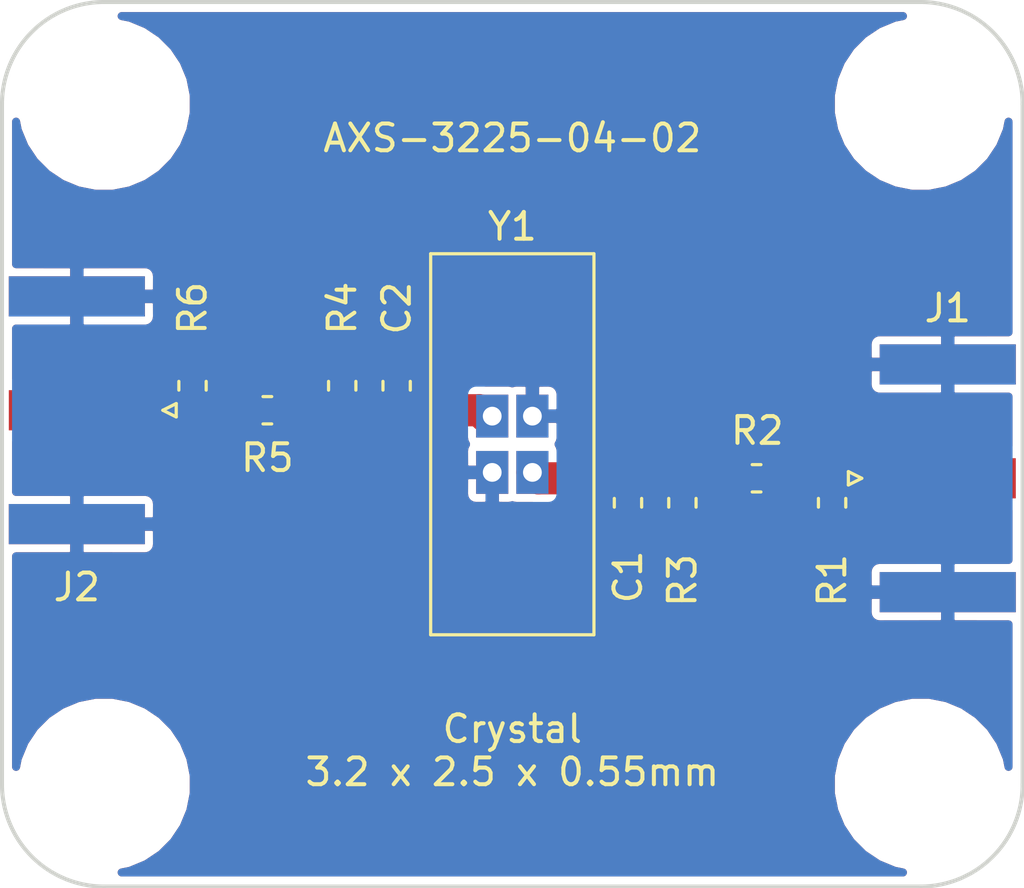
<source format=kicad_pcb>
(kicad_pcb (version 20171130) (host pcbnew "(5.1.5)-3")

  (general
    (thickness 1.6)
    (drawings 13)
    (tracks 6)
    (zones 0)
    (modules 15)
    (nets 6)
  )

  (page A4)
  (layers
    (0 F.Cu signal hide)
    (31 B.Cu signal hide)
    (32 B.Adhes user)
    (33 F.Adhes user)
    (34 B.Paste user)
    (35 F.Paste user)
    (36 B.SilkS user)
    (37 F.SilkS user)
    (38 B.Mask user)
    (39 F.Mask user)
    (40 Dwgs.User user)
    (41 Cmts.User user)
    (42 Eco1.User user)
    (43 Eco2.User user)
    (44 Edge.Cuts user)
    (45 Margin user)
    (46 B.CrtYd user)
    (47 F.CrtYd user)
    (48 B.Fab user)
    (49 F.Fab user)
  )

  (setup
    (last_trace_width 0.25)
    (trace_clearance 0.2)
    (zone_clearance 0.3)
    (zone_45_only no)
    (trace_min 0.2)
    (via_size 0.8)
    (via_drill 0.4)
    (via_min_size 0.4)
    (via_min_drill 0.3)
    (uvia_size 0.3)
    (uvia_drill 0.1)
    (uvias_allowed no)
    (uvia_min_size 0.2)
    (uvia_min_drill 0.1)
    (edge_width 0.05)
    (segment_width 0.2)
    (pcb_text_width 0.3)
    (pcb_text_size 1.5 1.5)
    (mod_edge_width 0.12)
    (mod_text_size 1 1)
    (mod_text_width 0.15)
    (pad_size 3.2 3.2)
    (pad_drill 3.2)
    (pad_to_mask_clearance 0.051)
    (solder_mask_min_width 0.25)
    (aux_axis_origin 0 0)
    (visible_elements 7FFFFFFF)
    (pcbplotparams
      (layerselection 0x010fc_ffffffff)
      (usegerberextensions false)
      (usegerberattributes false)
      (usegerberadvancedattributes false)
      (creategerberjobfile false)
      (excludeedgelayer true)
      (linewidth 0.100000)
      (plotframeref false)
      (viasonmask false)
      (mode 1)
      (useauxorigin false)
      (hpglpennumber 1)
      (hpglpenspeed 20)
      (hpglpendiameter 15.000000)
      (psnegative false)
      (psa4output false)
      (plotreference true)
      (plotvalue true)
      (plotinvisibletext false)
      (padsonsilk false)
      (subtractmaskfromsilk false)
      (outputformat 1)
      (mirror false)
      (drillshape 1)
      (scaleselection 1)
      (outputdirectory ""))
  )

  (net 0 "")
  (net 1 "Net-(C1-Pad1)")
  (net 2 GND)
  (net 3 "Net-(C2-Pad1)")
  (net 4 "Net-(J1-Pad1)")
  (net 5 "Net-(J2-Pad1)")

  (net_class Default "This is the default net class."
    (clearance 0.2)
    (trace_width 0.25)
    (via_dia 0.8)
    (via_drill 0.4)
    (uvia_dia 0.3)
    (uvia_drill 0.1)
    (add_net GND)
  )

  (net_class 50ohm_milled ""
    (clearance 0.3)
    (trace_width 1.2)
    (via_dia 1.3)
    (via_drill 1)
    (uvia_dia 0.3)
    (uvia_drill 0.1)
    (add_net "Net-(C1-Pad1)")
    (add_net "Net-(C2-Pad1)")
    (add_net "Net-(J1-Pad1)")
    (add_net "Net-(J2-Pad1)")
  )

  (module Connector_Coaxial:SMA_Amphenol_132289_EdgeMount (layer F.Cu) (tedit 5A1C1810) (tstamp 5DDE50E2)
    (at 136.144 125.73 180)
    (descr http://www.amphenolrf.com/132289.html)
    (tags SMA)
    (path /5D614489)
    (attr smd)
    (fp_text reference J2 (at 0 -6.604 180) (layer F.SilkS)
      (effects (font (size 1 1) (thickness 0.15)))
    )
    (fp_text value Conn_Coaxial (at 5 6) (layer F.Fab)
      (effects (font (size 1 1) (thickness 0.15)))
    )
    (fp_line (start -3.71 0.25) (end -3.21 0) (layer F.SilkS) (width 0.12))
    (fp_line (start -3.71 -0.25) (end -3.71 0.25) (layer F.SilkS) (width 0.12))
    (fp_line (start -3.21 0) (end -3.71 -0.25) (layer F.SilkS) (width 0.12))
    (fp_line (start 3.54 0) (end 2.54 0.75) (layer F.Fab) (width 0.1))
    (fp_line (start 2.54 -0.75) (end 3.54 0) (layer F.Fab) (width 0.1))
    (fp_text user %R (at 4.79 0 270) (layer F.Fab)
      (effects (font (size 1 1) (thickness 0.15)))
    )
    (fp_line (start 14.47 -5.58) (end -3.04 -5.58) (layer F.CrtYd) (width 0.05))
    (fp_line (start 14.47 -5.58) (end 14.47 5.58) (layer F.CrtYd) (width 0.05))
    (fp_line (start 14.47 5.58) (end -3.04 5.58) (layer F.CrtYd) (width 0.05))
    (fp_line (start -3.04 5.58) (end -3.04 -5.58) (layer F.CrtYd) (width 0.05))
    (fp_line (start 14.47 -5.58) (end -3.04 -5.58) (layer B.CrtYd) (width 0.05))
    (fp_line (start 14.47 -5.58) (end 14.47 5.58) (layer B.CrtYd) (width 0.05))
    (fp_line (start 14.47 5.58) (end -3.04 5.58) (layer B.CrtYd) (width 0.05))
    (fp_line (start -3.04 5.58) (end -3.04 -5.58) (layer B.CrtYd) (width 0.05))
    (fp_line (start 4.445 -3.81) (end 13.97 -3.81) (layer F.Fab) (width 0.1))
    (fp_line (start 13.97 -3.81) (end 13.97 3.81) (layer F.Fab) (width 0.1))
    (fp_line (start 13.97 3.81) (end 4.445 3.81) (layer F.Fab) (width 0.1))
    (fp_line (start 4.445 5.08) (end 4.445 3.81) (layer F.Fab) (width 0.1))
    (fp_line (start 4.445 -3.81) (end 4.445 -5.08) (layer F.Fab) (width 0.1))
    (fp_line (start -1.91 -5.08) (end 4.445 -5.08) (layer F.Fab) (width 0.1))
    (fp_line (start -1.91 -5.08) (end -1.91 -3.81) (layer F.Fab) (width 0.1))
    (fp_line (start -1.91 -3.81) (end 2.54 -3.81) (layer F.Fab) (width 0.1))
    (fp_line (start 2.54 -3.81) (end 2.54 3.81) (layer F.Fab) (width 0.1))
    (fp_line (start 2.54 3.81) (end -1.91 3.81) (layer F.Fab) (width 0.1))
    (fp_line (start -1.91 3.81) (end -1.91 5.08) (layer F.Fab) (width 0.1))
    (fp_line (start -1.91 5.08) (end 4.445 5.08) (layer F.Fab) (width 0.1))
    (pad 2 smd rect (at 0 4.25 270) (size 1.5 5.08) (layers B.Cu B.Paste B.Mask)
      (net 2 GND))
    (pad 2 smd rect (at 0 -4.25 270) (size 1.5 5.08) (layers B.Cu B.Paste B.Mask)
      (net 2 GND))
    (pad 2 smd rect (at 0 4.25 270) (size 1.5 5.08) (layers F.Cu F.Paste F.Mask)
      (net 2 GND))
    (pad 2 smd rect (at 0 -4.25 270) (size 1.5 5.08) (layers F.Cu F.Paste F.Mask)
      (net 2 GND))
    (pad 1 smd rect (at 0 0 270) (size 1.5 5.08) (layers F.Cu F.Paste F.Mask)
      (net 5 "Net-(J2-Pad1)"))
    (model ${KISYS3DMOD}/Connector_Coaxial.3dshapes/SMA_Amphenol_132289_EdgeMount.wrl
      (at (xyz 0 0 0))
      (scale (xyz 1 1 1))
      (rotate (xyz 0 0 0))
    )
  )

  (module MountingHole:MountingHole_3.2mm_M3 (layer F.Cu) (tedit 5DDE9E32) (tstamp 5DDE8822)
    (at 137.16 139.7)
    (descr "Mounting Hole 3.2mm, no annular, M3")
    (tags "mounting hole 3.2mm no annular m3")
    (attr virtual)
    (fp_text reference REF** (at 0 -4.2) (layer F.SilkS) hide
      (effects (font (size 1 1) (thickness 0.15)))
    )
    (fp_text value MountingHole_3.2mm_M3 (at 0 4.2) (layer F.Fab)
      (effects (font (size 1 1) (thickness 0.15)))
    )
    (fp_circle (center 0 0) (end 3.45 0) (layer F.CrtYd) (width 0.05))
    (fp_circle (center 0 0) (end 3.2 0) (layer Cmts.User) (width 0.15))
    (fp_text user %R (at 0.3 0) (layer F.Fab)
      (effects (font (size 1 1) (thickness 0.15)))
    )
    (pad "" np_thru_hole circle (at 0 0) (size 3.2 3.2) (drill 3.2) (layers *.Cu *.Mask)
      (clearance 1.6))
  )

  (module MountingHole:MountingHole_3.2mm_M3 (layer F.Cu) (tedit 5DDE9E2B) (tstamp 5DDE8805)
    (at 167.64 139.7)
    (descr "Mounting Hole 3.2mm, no annular, M3")
    (tags "mounting hole 3.2mm no annular m3")
    (attr virtual)
    (fp_text reference REF** (at 0 -4.2) (layer F.SilkS) hide
      (effects (font (size 1 1) (thickness 0.15)))
    )
    (fp_text value MountingHole_3.2mm_M3 (at 0 4.2) (layer F.Fab)
      (effects (font (size 1 1) (thickness 0.15)))
    )
    (fp_circle (center 0 0) (end 3.45 0) (layer F.CrtYd) (width 0.05))
    (fp_circle (center 0 0) (end 3.2 0) (layer Cmts.User) (width 0.15))
    (fp_text user %R (at 0.3 0) (layer F.Fab)
      (effects (font (size 1 1) (thickness 0.15)))
    )
    (pad "" np_thru_hole circle (at 0 0) (size 3.2 3.2) (drill 3.2) (layers *.Cu *.Mask)
      (clearance 1.6))
  )

  (module MountingHole:MountingHole_3.2mm_M3 (layer F.Cu) (tedit 5DDE9E22) (tstamp 5DDE87E8)
    (at 167.64 114.3)
    (descr "Mounting Hole 3.2mm, no annular, M3")
    (tags "mounting hole 3.2mm no annular m3")
    (attr virtual)
    (fp_text reference REF** (at 0 -4.2) (layer F.SilkS) hide
      (effects (font (size 1 1) (thickness 0.15)))
    )
    (fp_text value MountingHole_3.2mm_M3 (at 0 4.2) (layer F.Fab)
      (effects (font (size 1 1) (thickness 0.15)))
    )
    (fp_circle (center 0 0) (end 3.45 0) (layer F.CrtYd) (width 0.05))
    (fp_circle (center 0 0) (end 3.2 0) (layer Cmts.User) (width 0.15))
    (fp_text user %R (at 0.3 0) (layer F.Fab)
      (effects (font (size 1 1) (thickness 0.15)))
    )
    (pad "" np_thru_hole circle (at 0 0) (size 3.2 3.2) (drill 3.2) (layers *.Cu *.Mask)
      (clearance 1.6))
  )

  (module MountingHole:MountingHole_3.2mm_M3 (layer F.Cu) (tedit 5DDE9E0D) (tstamp 5DDE87B6)
    (at 137.16 114.3)
    (descr "Mounting Hole 3.2mm, no annular, M3")
    (tags "mounting hole 3.2mm no annular m3")
    (attr virtual)
    (fp_text reference REF** (at 0 -4.2) (layer F.SilkS) hide
      (effects (font (size 1 1) (thickness 0.15)))
    )
    (fp_text value MountingHole_3.2mm_M3 (at 0 4.2) (layer F.Fab)
      (effects (font (size 1 1) (thickness 0.15)))
    )
    (fp_circle (center 0 0) (end 3.45 0) (layer F.CrtYd) (width 0.05))
    (fp_circle (center 0 0) (end 3.2 0) (layer Cmts.User) (width 0.15))
    (fp_text user %R (at 0.3 0) (layer F.Fab)
      (effects (font (size 1 1) (thickness 0.15)))
    )
    (pad "" np_thru_hole circle (at 0 0) (size 3.2 3.2) (drill 3.2) (layers *.Cu *.Mask)
      (clearance 1.6))
  )

  (module Capacitor_SMD:C_0603_1608Metric (layer F.Cu) (tedit 5B301BBE) (tstamp 5DDE9BE9)
    (at 156.718 129.1845 270)
    (descr "Capacitor SMD 0603 (1608 Metric), square (rectangular) end terminal, IPC_7351 nominal, (Body size source: http://www.tortai-tech.com/upload/download/2011102023233369053.pdf), generated with kicad-footprint-generator")
    (tags capacitor)
    (path /5D612DA1)
    (attr smd)
    (fp_text reference C1 (at 2.7685 0 90) (layer F.SilkS)
      (effects (font (size 1 1) (thickness 0.15)))
    )
    (fp_text value 33n (at -3.4545 0 90) (layer F.Fab)
      (effects (font (size 1 1) (thickness 0.15)))
    )
    (fp_line (start -0.8 0.4) (end -0.8 -0.4) (layer F.Fab) (width 0.1))
    (fp_line (start -0.8 -0.4) (end 0.8 -0.4) (layer F.Fab) (width 0.1))
    (fp_line (start 0.8 -0.4) (end 0.8 0.4) (layer F.Fab) (width 0.1))
    (fp_line (start 0.8 0.4) (end -0.8 0.4) (layer F.Fab) (width 0.1))
    (fp_line (start -0.162779 -0.51) (end 0.162779 -0.51) (layer F.SilkS) (width 0.12))
    (fp_line (start -0.162779 0.51) (end 0.162779 0.51) (layer F.SilkS) (width 0.12))
    (fp_line (start -1.48 0.73) (end -1.48 -0.73) (layer F.CrtYd) (width 0.05))
    (fp_line (start -1.48 -0.73) (end 1.48 -0.73) (layer F.CrtYd) (width 0.05))
    (fp_line (start 1.48 -0.73) (end 1.48 0.73) (layer F.CrtYd) (width 0.05))
    (fp_line (start 1.48 0.73) (end -1.48 0.73) (layer F.CrtYd) (width 0.05))
    (fp_text user %R (at 0 0 90) (layer F.Fab)
      (effects (font (size 0.4 0.4) (thickness 0.06)))
    )
    (pad 1 smd roundrect (at -0.7875 0 270) (size 0.875 0.95) (layers F.Cu F.Paste F.Mask) (roundrect_rratio 0.25)
      (net 1 "Net-(C1-Pad1)"))
    (pad 2 smd roundrect (at 0.7875 0 270) (size 0.875 0.95) (layers F.Cu F.Paste F.Mask) (roundrect_rratio 0.25)
      (net 2 GND))
    (model ${KISYS3DMOD}/Capacitor_SMD.3dshapes/C_0603_1608Metric.wrl
      (at (xyz 0 0 0))
      (scale (xyz 1 1 1))
      (rotate (xyz 0 0 0))
    )
  )

  (module Capacitor_SMD:C_0603_1608Metric (layer F.Cu) (tedit 5B301BBE) (tstamp 5DDD8B46)
    (at 148.082 124.8155 90)
    (descr "Capacitor SMD 0603 (1608 Metric), square (rectangular) end terminal, IPC_7351 nominal, (Body size source: http://www.tortai-tech.com/upload/download/2011102023233369053.pdf), generated with kicad-footprint-generator")
    (tags capacitor)
    (path /5D612EBD)
    (attr smd)
    (fp_text reference C2 (at 2.8955 0 90) (layer F.SilkS)
      (effects (font (size 1 1) (thickness 0.15)))
    )
    (fp_text value 33n (at -3.2005 0 90) (layer F.Fab)
      (effects (font (size 1 1) (thickness 0.15)))
    )
    (fp_text user %R (at 0 0 90) (layer F.Fab)
      (effects (font (size 0.4 0.4) (thickness 0.06)))
    )
    (fp_line (start 1.48 0.73) (end -1.48 0.73) (layer F.CrtYd) (width 0.05))
    (fp_line (start 1.48 -0.73) (end 1.48 0.73) (layer F.CrtYd) (width 0.05))
    (fp_line (start -1.48 -0.73) (end 1.48 -0.73) (layer F.CrtYd) (width 0.05))
    (fp_line (start -1.48 0.73) (end -1.48 -0.73) (layer F.CrtYd) (width 0.05))
    (fp_line (start -0.162779 0.51) (end 0.162779 0.51) (layer F.SilkS) (width 0.12))
    (fp_line (start -0.162779 -0.51) (end 0.162779 -0.51) (layer F.SilkS) (width 0.12))
    (fp_line (start 0.8 0.4) (end -0.8 0.4) (layer F.Fab) (width 0.1))
    (fp_line (start 0.8 -0.4) (end 0.8 0.4) (layer F.Fab) (width 0.1))
    (fp_line (start -0.8 -0.4) (end 0.8 -0.4) (layer F.Fab) (width 0.1))
    (fp_line (start -0.8 0.4) (end -0.8 -0.4) (layer F.Fab) (width 0.1))
    (pad 2 smd roundrect (at 0.7875 0 90) (size 0.875 0.95) (layers F.Cu F.Paste F.Mask) (roundrect_rratio 0.25)
      (net 2 GND))
    (pad 1 smd roundrect (at -0.7875 0 90) (size 0.875 0.95) (layers F.Cu F.Paste F.Mask) (roundrect_rratio 0.25)
      (net 3 "Net-(C2-Pad1)"))
    (model ${KISYS3DMOD}/Capacitor_SMD.3dshapes/C_0603_1608Metric.wrl
      (at (xyz 0 0 0))
      (scale (xyz 1 1 1))
      (rotate (xyz 0 0 0))
    )
  )

  (module Connector_Coaxial:SMA_Amphenol_132289_EdgeMount (layer F.Cu) (tedit 5A1C1810) (tstamp 5DDE5B49)
    (at 168.656 128.27)
    (descr http://www.amphenolrf.com/132289.html)
    (tags SMA)
    (path /5D614539)
    (attr smd)
    (fp_text reference J1 (at 0 -6.35 180) (layer F.SilkS)
      (effects (font (size 1 1) (thickness 0.15)))
    )
    (fp_text value Conn_Coaxial (at 5 6) (layer F.Fab)
      (effects (font (size 1 1) (thickness 0.15)))
    )
    (fp_line (start -1.91 5.08) (end 4.445 5.08) (layer F.Fab) (width 0.1))
    (fp_line (start -1.91 3.81) (end -1.91 5.08) (layer F.Fab) (width 0.1))
    (fp_line (start 2.54 3.81) (end -1.91 3.81) (layer F.Fab) (width 0.1))
    (fp_line (start 2.54 -3.81) (end 2.54 3.81) (layer F.Fab) (width 0.1))
    (fp_line (start -1.91 -3.81) (end 2.54 -3.81) (layer F.Fab) (width 0.1))
    (fp_line (start -1.91 -5.08) (end -1.91 -3.81) (layer F.Fab) (width 0.1))
    (fp_line (start -1.91 -5.08) (end 4.445 -5.08) (layer F.Fab) (width 0.1))
    (fp_line (start 4.445 -3.81) (end 4.445 -5.08) (layer F.Fab) (width 0.1))
    (fp_line (start 4.445 5.08) (end 4.445 3.81) (layer F.Fab) (width 0.1))
    (fp_line (start 13.97 3.81) (end 4.445 3.81) (layer F.Fab) (width 0.1))
    (fp_line (start 13.97 -3.81) (end 13.97 3.81) (layer F.Fab) (width 0.1))
    (fp_line (start 4.445 -3.81) (end 13.97 -3.81) (layer F.Fab) (width 0.1))
    (fp_line (start -3.04 5.58) (end -3.04 -5.58) (layer B.CrtYd) (width 0.05))
    (fp_line (start 14.47 5.58) (end -3.04 5.58) (layer B.CrtYd) (width 0.05))
    (fp_line (start 14.47 -5.58) (end 14.47 5.58) (layer B.CrtYd) (width 0.05))
    (fp_line (start 14.47 -5.58) (end -3.04 -5.58) (layer B.CrtYd) (width 0.05))
    (fp_line (start -3.04 5.58) (end -3.04 -5.58) (layer F.CrtYd) (width 0.05))
    (fp_line (start 14.47 5.58) (end -3.04 5.58) (layer F.CrtYd) (width 0.05))
    (fp_line (start 14.47 -5.58) (end 14.47 5.58) (layer F.CrtYd) (width 0.05))
    (fp_line (start 14.47 -5.58) (end -3.04 -5.58) (layer F.CrtYd) (width 0.05))
    (fp_text user %R (at 4.79 0 270) (layer F.Fab)
      (effects (font (size 1 1) (thickness 0.15)))
    )
    (fp_line (start 2.54 -0.75) (end 3.54 0) (layer F.Fab) (width 0.1))
    (fp_line (start 3.54 0) (end 2.54 0.75) (layer F.Fab) (width 0.1))
    (fp_line (start -3.21 0) (end -3.71 -0.25) (layer F.SilkS) (width 0.12))
    (fp_line (start -3.71 -0.25) (end -3.71 0.25) (layer F.SilkS) (width 0.12))
    (fp_line (start -3.71 0.25) (end -3.21 0) (layer F.SilkS) (width 0.12))
    (pad 1 smd rect (at 0 0 90) (size 1.5 5.08) (layers F.Cu F.Paste F.Mask)
      (net 4 "Net-(J1-Pad1)"))
    (pad 2 smd rect (at 0 -4.25 90) (size 1.5 5.08) (layers F.Cu F.Paste F.Mask)
      (net 2 GND))
    (pad 2 smd rect (at 0 4.25 90) (size 1.5 5.08) (layers F.Cu F.Paste F.Mask)
      (net 2 GND))
    (pad 2 smd rect (at 0 -4.25 90) (size 1.5 5.08) (layers B.Cu B.Paste B.Mask)
      (net 2 GND))
    (pad 2 smd rect (at 0 4.25 90) (size 1.5 5.08) (layers B.Cu B.Paste B.Mask)
      (net 2 GND))
    (model ${KISYS3DMOD}/Connector_Coaxial.3dshapes/SMA_Amphenol_132289_EdgeMount.wrl
      (at (xyz 0 0 0))
      (scale (xyz 1 1 1))
      (rotate (xyz 0 0 0))
    )
  )

  (module Resistor_SMD:R_0603_1608Metric (layer F.Cu) (tedit 5B301BBD) (tstamp 5DDE5DDC)
    (at 164.338 129.1845 270)
    (descr "Resistor SMD 0603 (1608 Metric), square (rectangular) end terminal, IPC_7351 nominal, (Body size source: http://www.tortai-tech.com/upload/download/2011102023233369053.pdf), generated with kicad-footprint-generator")
    (tags resistor)
    (path /5D612D4C)
    (attr smd)
    (fp_text reference R1 (at 2.8955 0 90) (layer F.SilkS)
      (effects (font (size 1 1) (thickness 0.15)))
    )
    (fp_text value 158R (at -3.8355 0 90) (layer F.Fab)
      (effects (font (size 1 1) (thickness 0.15)))
    )
    (fp_line (start -0.8 0.4) (end -0.8 -0.4) (layer F.Fab) (width 0.1))
    (fp_line (start -0.8 -0.4) (end 0.8 -0.4) (layer F.Fab) (width 0.1))
    (fp_line (start 0.8 -0.4) (end 0.8 0.4) (layer F.Fab) (width 0.1))
    (fp_line (start 0.8 0.4) (end -0.8 0.4) (layer F.Fab) (width 0.1))
    (fp_line (start -0.162779 -0.51) (end 0.162779 -0.51) (layer F.SilkS) (width 0.12))
    (fp_line (start -0.162779 0.51) (end 0.162779 0.51) (layer F.SilkS) (width 0.12))
    (fp_line (start -1.48 0.73) (end -1.48 -0.73) (layer F.CrtYd) (width 0.05))
    (fp_line (start -1.48 -0.73) (end 1.48 -0.73) (layer F.CrtYd) (width 0.05))
    (fp_line (start 1.48 -0.73) (end 1.48 0.73) (layer F.CrtYd) (width 0.05))
    (fp_line (start 1.48 0.73) (end -1.48 0.73) (layer F.CrtYd) (width 0.05))
    (fp_text user %R (at 0 0 90) (layer F.Fab)
      (effects (font (size 0.4 0.4) (thickness 0.06)))
    )
    (pad 1 smd roundrect (at -0.7875 0 270) (size 0.875 0.95) (layers F.Cu F.Paste F.Mask) (roundrect_rratio 0.25)
      (net 4 "Net-(J1-Pad1)"))
    (pad 2 smd roundrect (at 0.7875 0 270) (size 0.875 0.95) (layers F.Cu F.Paste F.Mask) (roundrect_rratio 0.25)
      (net 2 GND))
    (model ${KISYS3DMOD}/Resistor_SMD.3dshapes/R_0603_1608Metric.wrl
      (at (xyz 0 0 0))
      (scale (xyz 1 1 1))
      (rotate (xyz 0 0 0))
    )
  )

  (module Resistor_SMD:R_0603_1608Metric (layer F.Cu) (tedit 5B301BBD) (tstamp 5DDE5B07)
    (at 161.5185 128.27)
    (descr "Resistor SMD 0603 (1608 Metric), square (rectangular) end terminal, IPC_7351 nominal, (Body size source: http://www.tortai-tech.com/upload/download/2011102023233369053.pdf), generated with kicad-footprint-generator")
    (tags resistor)
    (path /5D612D52)
    (attr smd)
    (fp_text reference R2 (at 0.0255 -1.778) (layer F.SilkS)
      (effects (font (size 1 1) (thickness 0.15)))
    )
    (fp_text value 66R5 (at 0 1.778) (layer F.Fab)
      (effects (font (size 1 1) (thickness 0.15)))
    )
    (fp_text user %R (at 0 0) (layer F.Fab)
      (effects (font (size 0.4 0.4) (thickness 0.06)))
    )
    (fp_line (start 1.48 0.73) (end -1.48 0.73) (layer F.CrtYd) (width 0.05))
    (fp_line (start 1.48 -0.73) (end 1.48 0.73) (layer F.CrtYd) (width 0.05))
    (fp_line (start -1.48 -0.73) (end 1.48 -0.73) (layer F.CrtYd) (width 0.05))
    (fp_line (start -1.48 0.73) (end -1.48 -0.73) (layer F.CrtYd) (width 0.05))
    (fp_line (start -0.162779 0.51) (end 0.162779 0.51) (layer F.SilkS) (width 0.12))
    (fp_line (start -0.162779 -0.51) (end 0.162779 -0.51) (layer F.SilkS) (width 0.12))
    (fp_line (start 0.8 0.4) (end -0.8 0.4) (layer F.Fab) (width 0.1))
    (fp_line (start 0.8 -0.4) (end 0.8 0.4) (layer F.Fab) (width 0.1))
    (fp_line (start -0.8 -0.4) (end 0.8 -0.4) (layer F.Fab) (width 0.1))
    (fp_line (start -0.8 0.4) (end -0.8 -0.4) (layer F.Fab) (width 0.1))
    (pad 2 smd roundrect (at 0.7875 0) (size 0.875 0.95) (layers F.Cu F.Paste F.Mask) (roundrect_rratio 0.25)
      (net 4 "Net-(J1-Pad1)"))
    (pad 1 smd roundrect (at -0.7875 0) (size 0.875 0.95) (layers F.Cu F.Paste F.Mask) (roundrect_rratio 0.25)
      (net 1 "Net-(C1-Pad1)"))
    (model ${KISYS3DMOD}/Resistor_SMD.3dshapes/R_0603_1608Metric.wrl
      (at (xyz 0 0 0))
      (scale (xyz 1 1 1))
      (rotate (xyz 0 0 0))
    )
  )

  (module Resistor_SMD:R_0603_1608Metric (layer F.Cu) (tedit 5B301BBD) (tstamp 5DDE5BCD)
    (at 158.75 129.1845 270)
    (descr "Resistor SMD 0603 (1608 Metric), square (rectangular) end terminal, IPC_7351 nominal, (Body size source: http://www.tortai-tech.com/upload/download/2011102023233369053.pdf), generated with kicad-footprint-generator")
    (tags resistor)
    (path /5D612D46)
    (attr smd)
    (fp_text reference R3 (at 2.8955 0 90) (layer F.SilkS)
      (effects (font (size 1 1) (thickness 0.15)))
    )
    (fp_text value 14R2 (at -3.8355 0 90) (layer F.Fab)
      (effects (font (size 1 1) (thickness 0.15)))
    )
    (fp_text user %R (at 0 0 90) (layer F.Fab)
      (effects (font (size 0.4 0.4) (thickness 0.06)))
    )
    (fp_line (start 1.48 0.73) (end -1.48 0.73) (layer F.CrtYd) (width 0.05))
    (fp_line (start 1.48 -0.73) (end 1.48 0.73) (layer F.CrtYd) (width 0.05))
    (fp_line (start -1.48 -0.73) (end 1.48 -0.73) (layer F.CrtYd) (width 0.05))
    (fp_line (start -1.48 0.73) (end -1.48 -0.73) (layer F.CrtYd) (width 0.05))
    (fp_line (start -0.162779 0.51) (end 0.162779 0.51) (layer F.SilkS) (width 0.12))
    (fp_line (start -0.162779 -0.51) (end 0.162779 -0.51) (layer F.SilkS) (width 0.12))
    (fp_line (start 0.8 0.4) (end -0.8 0.4) (layer F.Fab) (width 0.1))
    (fp_line (start 0.8 -0.4) (end 0.8 0.4) (layer F.Fab) (width 0.1))
    (fp_line (start -0.8 -0.4) (end 0.8 -0.4) (layer F.Fab) (width 0.1))
    (fp_line (start -0.8 0.4) (end -0.8 -0.4) (layer F.Fab) (width 0.1))
    (pad 2 smd roundrect (at 0.7875 0 270) (size 0.875 0.95) (layers F.Cu F.Paste F.Mask) (roundrect_rratio 0.25)
      (net 2 GND))
    (pad 1 smd roundrect (at -0.7875 0 270) (size 0.875 0.95) (layers F.Cu F.Paste F.Mask) (roundrect_rratio 0.25)
      (net 1 "Net-(C1-Pad1)"))
    (model ${KISYS3DMOD}/Resistor_SMD.3dshapes/R_0603_1608Metric.wrl
      (at (xyz 0 0 0))
      (scale (xyz 1 1 1))
      (rotate (xyz 0 0 0))
    )
  )

  (module Resistor_SMD:R_0603_1608Metric (layer F.Cu) (tedit 5B301BBD) (tstamp 5DDE52F3)
    (at 146.05 124.8155 90)
    (descr "Resistor SMD 0603 (1608 Metric), square (rectangular) end terminal, IPC_7351 nominal, (Body size source: http://www.tortai-tech.com/upload/download/2011102023233369053.pdf), generated with kicad-footprint-generator")
    (tags resistor)
    (path /5D61253A)
    (attr smd)
    (fp_text reference R4 (at 2.8955 0 90) (layer F.SilkS)
      (effects (font (size 1 1) (thickness 0.15)))
    )
    (fp_text value 14R2 (at -3.8355 0 90) (layer F.Fab)
      (effects (font (size 1 1) (thickness 0.15)))
    )
    (fp_text user %R (at 0 0 90) (layer F.Fab)
      (effects (font (size 0.4 0.4) (thickness 0.06)))
    )
    (fp_line (start 1.48 0.73) (end -1.48 0.73) (layer F.CrtYd) (width 0.05))
    (fp_line (start 1.48 -0.73) (end 1.48 0.73) (layer F.CrtYd) (width 0.05))
    (fp_line (start -1.48 -0.73) (end 1.48 -0.73) (layer F.CrtYd) (width 0.05))
    (fp_line (start -1.48 0.73) (end -1.48 -0.73) (layer F.CrtYd) (width 0.05))
    (fp_line (start -0.162779 0.51) (end 0.162779 0.51) (layer F.SilkS) (width 0.12))
    (fp_line (start -0.162779 -0.51) (end 0.162779 -0.51) (layer F.SilkS) (width 0.12))
    (fp_line (start 0.8 0.4) (end -0.8 0.4) (layer F.Fab) (width 0.1))
    (fp_line (start 0.8 -0.4) (end 0.8 0.4) (layer F.Fab) (width 0.1))
    (fp_line (start -0.8 -0.4) (end 0.8 -0.4) (layer F.Fab) (width 0.1))
    (fp_line (start -0.8 0.4) (end -0.8 -0.4) (layer F.Fab) (width 0.1))
    (pad 2 smd roundrect (at 0.7875 0 90) (size 0.875 0.95) (layers F.Cu F.Paste F.Mask) (roundrect_rratio 0.25)
      (net 2 GND))
    (pad 1 smd roundrect (at -0.7875 0 90) (size 0.875 0.95) (layers F.Cu F.Paste F.Mask) (roundrect_rratio 0.25)
      (net 3 "Net-(C2-Pad1)"))
    (model ${KISYS3DMOD}/Resistor_SMD.3dshapes/R_0603_1608Metric.wrl
      (at (xyz 0 0 0))
      (scale (xyz 1 1 1))
      (rotate (xyz 0 0 0))
    )
  )

  (module Resistor_SMD:R_0603_1608Metric (layer F.Cu) (tedit 5B301BBD) (tstamp 5DDE5695)
    (at 143.256 125.73)
    (descr "Resistor SMD 0603 (1608 Metric), square (rectangular) end terminal, IPC_7351 nominal, (Body size source: http://www.tortai-tech.com/upload/download/2011102023233369053.pdf), generated with kicad-footprint-generator")
    (tags resistor)
    (path /5D61256E)
    (attr smd)
    (fp_text reference R5 (at 0 1.778) (layer F.SilkS)
      (effects (font (size 1 1) (thickness 0.15)))
    )
    (fp_text value 66R5 (at 0 -1.651) (layer F.Fab)
      (effects (font (size 1 1) (thickness 0.15)))
    )
    (fp_line (start -0.8 0.4) (end -0.8 -0.4) (layer F.Fab) (width 0.1))
    (fp_line (start -0.8 -0.4) (end 0.8 -0.4) (layer F.Fab) (width 0.1))
    (fp_line (start 0.8 -0.4) (end 0.8 0.4) (layer F.Fab) (width 0.1))
    (fp_line (start 0.8 0.4) (end -0.8 0.4) (layer F.Fab) (width 0.1))
    (fp_line (start -0.162779 -0.51) (end 0.162779 -0.51) (layer F.SilkS) (width 0.12))
    (fp_line (start -0.162779 0.51) (end 0.162779 0.51) (layer F.SilkS) (width 0.12))
    (fp_line (start -1.48 0.73) (end -1.48 -0.73) (layer F.CrtYd) (width 0.05))
    (fp_line (start -1.48 -0.73) (end 1.48 -0.73) (layer F.CrtYd) (width 0.05))
    (fp_line (start 1.48 -0.73) (end 1.48 0.73) (layer F.CrtYd) (width 0.05))
    (fp_line (start 1.48 0.73) (end -1.48 0.73) (layer F.CrtYd) (width 0.05))
    (fp_text user %R (at 0 0) (layer F.Fab)
      (effects (font (size 0.4 0.4) (thickness 0.06)))
    )
    (pad 1 smd roundrect (at -0.7875 0) (size 0.875 0.95) (layers F.Cu F.Paste F.Mask) (roundrect_rratio 0.25)
      (net 5 "Net-(J2-Pad1)"))
    (pad 2 smd roundrect (at 0.7875 0) (size 0.875 0.95) (layers F.Cu F.Paste F.Mask) (roundrect_rratio 0.25)
      (net 3 "Net-(C2-Pad1)"))
    (model ${KISYS3DMOD}/Resistor_SMD.3dshapes/R_0603_1608Metric.wrl
      (at (xyz 0 0 0))
      (scale (xyz 1 1 1))
      (rotate (xyz 0 0 0))
    )
  )

  (module Resistor_SMD:R_0603_1608Metric (layer F.Cu) (tedit 5B301BBD) (tstamp 5DDE5560)
    (at 140.462 124.8155 90)
    (descr "Resistor SMD 0603 (1608 Metric), square (rectangular) end terminal, IPC_7351 nominal, (Body size source: http://www.tortai-tech.com/upload/download/2011102023233369053.pdf), generated with kicad-footprint-generator")
    (tags resistor)
    (path /5D6124B7)
    (attr smd)
    (fp_text reference R6 (at 2.8955 0 90) (layer F.SilkS)
      (effects (font (size 1 1) (thickness 0.15)))
    )
    (fp_text value 158R (at -3.7085 0 90) (layer F.Fab)
      (effects (font (size 1 1) (thickness 0.15)))
    )
    (fp_line (start -0.8 0.4) (end -0.8 -0.4) (layer F.Fab) (width 0.1))
    (fp_line (start -0.8 -0.4) (end 0.8 -0.4) (layer F.Fab) (width 0.1))
    (fp_line (start 0.8 -0.4) (end 0.8 0.4) (layer F.Fab) (width 0.1))
    (fp_line (start 0.8 0.4) (end -0.8 0.4) (layer F.Fab) (width 0.1))
    (fp_line (start -0.162779 -0.51) (end 0.162779 -0.51) (layer F.SilkS) (width 0.12))
    (fp_line (start -0.162779 0.51) (end 0.162779 0.51) (layer F.SilkS) (width 0.12))
    (fp_line (start -1.48 0.73) (end -1.48 -0.73) (layer F.CrtYd) (width 0.05))
    (fp_line (start -1.48 -0.73) (end 1.48 -0.73) (layer F.CrtYd) (width 0.05))
    (fp_line (start 1.48 -0.73) (end 1.48 0.73) (layer F.CrtYd) (width 0.05))
    (fp_line (start 1.48 0.73) (end -1.48 0.73) (layer F.CrtYd) (width 0.05))
    (fp_text user %R (at 0 0 90) (layer F.Fab)
      (effects (font (size 0.4 0.4) (thickness 0.06)))
    )
    (pad 1 smd roundrect (at -0.7875 0 90) (size 0.875 0.95) (layers F.Cu F.Paste F.Mask) (roundrect_rratio 0.25)
      (net 5 "Net-(J2-Pad1)"))
    (pad 2 smd roundrect (at 0.7875 0 90) (size 0.875 0.95) (layers F.Cu F.Paste F.Mask) (roundrect_rratio 0.25)
      (net 2 GND))
    (model ${KISYS3DMOD}/Resistor_SMD.3dshapes/R_0603_1608Metric.wrl
      (at (xyz 0 0 0))
      (scale (xyz 1 1 1))
      (rotate (xyz 0 0 0))
    )
  )

  (module abracon:AXS-3225-04-02 (layer F.Cu) (tedit 5DDD3CB3) (tstamp 5DDEA2D6)
    (at 152.4 127 90)
    (path /5DDDC3CC)
    (fp_text reference Y1 (at 8.128 0 180) (layer F.SilkS)
      (effects (font (size 1 1) (thickness 0.15)))
    )
    (fp_text value AXS-3225-04-02 (at 11.43 0 180) (layer F.SilkS)
      (effects (font (size 1 1) (thickness 0.15)))
    )
    (fp_line (start -7 -3) (end -7 3) (layer Dwgs.User) (width 0.12))
    (fp_line (start 7 -3) (end -7 -3) (layer Dwgs.User) (width 0.12))
    (fp_line (start 7 3) (end 7 -3) (layer Dwgs.User) (width 0.12))
    (fp_line (start -7 3) (end 7 3) (layer Dwgs.User) (width 0.12))
    (fp_line (start 14 2) (end 7 2) (layer Dwgs.User) (width 0.12))
    (fp_line (start 14 -2) (end 14 2) (layer Dwgs.User) (width 0.12))
    (fp_line (start 7 -2) (end 14 -2) (layer Dwgs.User) (width 0.12))
    (pad 4 thru_hole rect (at 1.05 0.75 90) (size 1.6 1.2) (drill 0.7) (layers *.Cu *.Mask)
      (net 2 GND))
    (pad 3 thru_hole rect (at 1.05 -0.75 90) (size 1.6 1.2) (drill 0.7) (layers *.Cu *.Mask)
      (net 3 "Net-(C2-Pad1)"))
    (pad 2 thru_hole rect (at -1.05 -0.75 90) (size 1.6 1.2) (drill 0.7) (layers *.Cu *.Mask)
      (net 2 GND))
    (pad 1 thru_hole rect (at -1.05 0.75 90) (size 1.6 1.2) (drill 0.7) (layers *.Cu *.Mask)
      (net 1 "Net-(C1-Pad1)"))
  )

  (gr_line (start 149.352 119.888) (end 149.352 134.112) (layer F.SilkS) (width 0.12) (tstamp 5DDEA2AA))
  (gr_line (start 155.448 119.888) (end 149.352 119.888) (layer F.SilkS) (width 0.12))
  (gr_line (start 155.448 134.112) (end 155.448 119.888) (layer F.SilkS) (width 0.12))
  (gr_line (start 149.352 134.112) (end 155.448 134.112) (layer F.SilkS) (width 0.12))
  (gr_line (start 133.35 114.3) (end 133.35 139.7) (layer Edge.Cuts) (width 0.15))
  (gr_line (start 167.64 110.49) (end 137.16 110.49) (layer Edge.Cuts) (width 0.15))
  (gr_line (start 171.45 139.7) (end 171.45 114.3) (layer Edge.Cuts) (width 0.15))
  (gr_line (start 137.16 143.51) (end 167.64 143.51) (layer Edge.Cuts) (width 0.15))
  (gr_arc (start 137.16 139.7) (end 133.35 139.7) (angle -90) (layer Edge.Cuts) (width 0.15))
  (gr_arc (start 167.64 139.7) (end 167.64 143.51) (angle -90) (layer Edge.Cuts) (width 0.15))
  (gr_arc (start 167.64 114.3) (end 171.45 114.3) (angle -90) (layer Edge.Cuts) (width 0.15))
  (gr_arc (start 137.16 114.3) (end 137.16 110.49) (angle -90) (layer Edge.Cuts) (width 0.15))
  (gr_text "Crystal\n3.2 x 2.5 x 0.55mm" (at 152.4 138.43) (layer F.SilkS)
    (effects (font (size 1 1) (thickness 0.15)))
  )

  (segment (start 153.37 128.27) (end 153.15 128.05) (width 1.2) (layer F.Cu) (net 1))
  (segment (start 160.731 128.27) (end 153.37 128.27) (width 1.2) (layer F.Cu) (net 1) (tstamp 5DDE5EF3))
  (segment (start 151.176 125.73) (end 151.396 125.95) (width 1.2) (layer F.Cu) (net 3))
  (segment (start 144.0435 125.73) (end 151.176 125.73) (width 1.2) (layer F.Cu) (net 3))
  (segment (start 168.656 128.27) (end 162.306 128.27) (width 1.2) (layer F.Cu) (net 4) (tstamp 5DDE5D78))
  (segment (start 136.144 125.73) (end 142.4685 125.73) (width 1.2) (layer F.Cu) (net 5))

  (zone (net 2) (net_name GND) (layer F.Cu) (tstamp 0) (hatch edge 0.508)
    (connect_pads (clearance 0.3))
    (min_thickness 0.3)
    (fill yes (arc_segments 32) (thermal_gap 0.3) (thermal_bridge_width 0.5))
    (polygon
      (pts
        (xy 133.35 110.49) (xy 171.45 110.49) (xy 171.45 143.51) (xy 133.35 143.51)
      )
    )
    (filled_polygon
      (pts
        (xy 143.297446 126.476054) (xy 143.457329 126.607267) (xy 143.639738 126.704767) (xy 143.837664 126.764807) (xy 143.991922 126.78)
        (xy 150.600778 126.78) (xy 150.606511 126.838215) (xy 150.632243 126.923041) (xy 150.673379 127) (xy 150.632243 127.076959)
        (xy 150.606511 127.161785) (xy 150.597823 127.25) (xy 150.6 127.8375) (xy 150.7125 127.95) (xy 151.55 127.95)
        (xy 151.55 127.93) (xy 151.75 127.93) (xy 151.75 127.95) (xy 151.77 127.95) (xy 151.77 128.15)
        (xy 151.75 128.15) (xy 151.75 129.1875) (xy 151.8625 129.3) (xy 152.25 129.302177) (xy 152.338215 129.293489)
        (xy 152.4 129.274746) (xy 152.461785 129.293489) (xy 152.55 129.302177) (xy 153.155494 129.302177) (xy 153.164164 129.304807)
        (xy 153.318422 129.32) (xy 153.318432 129.32) (xy 153.37 129.325079) (xy 153.421568 129.32) (xy 155.847404 129.32)
        (xy 155.825243 129.361459) (xy 155.799511 129.446285) (xy 155.790823 129.5345) (xy 155.793 129.7595) (xy 155.9055 129.872)
        (xy 156.618 129.872) (xy 156.618 129.852) (xy 156.818 129.852) (xy 156.818 129.872) (xy 157.5305 129.872)
        (xy 157.643 129.7595) (xy 157.645177 129.5345) (xy 157.636489 129.446285) (xy 157.610757 129.361459) (xy 157.588596 129.32)
        (xy 157.879404 129.32) (xy 157.857243 129.361459) (xy 157.831511 129.446285) (xy 157.822823 129.5345) (xy 157.825 129.7595)
        (xy 157.9375 129.872) (xy 158.65 129.872) (xy 158.65 129.852) (xy 158.85 129.852) (xy 158.85 129.872)
        (xy 159.5625 129.872) (xy 159.675 129.7595) (xy 159.677177 129.5345) (xy 159.668489 129.446285) (xy 159.642757 129.361459)
        (xy 159.620596 129.32) (xy 160.782578 129.32) (xy 160.936836 129.304807) (xy 161.134762 129.244767) (xy 161.317171 129.147267)
        (xy 161.477054 129.016054) (xy 161.5185 128.965552) (xy 161.559946 129.016054) (xy 161.719829 129.147267) (xy 161.902238 129.244767)
        (xy 162.100164 129.304807) (xy 162.254422 129.32) (xy 163.467404 129.32) (xy 163.445243 129.361459) (xy 163.419511 129.446285)
        (xy 163.410823 129.5345) (xy 163.413 129.7595) (xy 163.5255 129.872) (xy 164.238 129.872) (xy 164.238 129.852)
        (xy 164.438 129.852) (xy 164.438 129.872) (xy 165.1505 129.872) (xy 165.263 129.7595) (xy 165.265177 129.5345)
        (xy 165.256489 129.446285) (xy 165.230757 129.361459) (xy 165.208596 129.32) (xy 165.780065 129.32) (xy 165.796263 129.339737)
        (xy 165.864784 129.395971) (xy 165.942959 129.437757) (xy 166.027785 129.463489) (xy 166.116 129.472177) (xy 170.925 129.472177)
        (xy 170.925 131.318076) (xy 168.8685 131.32) (xy 168.756 131.4325) (xy 168.756 132.42) (xy 168.776 132.42)
        (xy 168.776 132.62) (xy 168.756 132.62) (xy 168.756 133.6075) (xy 168.8685 133.72) (xy 170.925 133.721924)
        (xy 170.925 139.043278) (xy 170.861261 138.722841) (xy 170.608731 138.11318) (xy 170.242115 137.5645) (xy 169.7755 137.097885)
        (xy 169.22682 136.731269) (xy 168.617159 136.478739) (xy 167.969946 136.35) (xy 167.310054 136.35) (xy 166.662841 136.478739)
        (xy 166.05318 136.731269) (xy 165.5045 137.097885) (xy 165.037885 137.5645) (xy 164.671269 138.11318) (xy 164.418739 138.722841)
        (xy 164.29 139.370054) (xy 164.29 140.029946) (xy 164.418739 140.677159) (xy 164.671269 141.28682) (xy 165.037885 141.8355)
        (xy 165.5045 142.302115) (xy 166.05318 142.668731) (xy 166.662841 142.921261) (xy 166.983278 142.985) (xy 137.816722 142.985)
        (xy 138.137159 142.921261) (xy 138.74682 142.668731) (xy 139.2955 142.302115) (xy 139.762115 141.8355) (xy 140.128731 141.28682)
        (xy 140.381261 140.677159) (xy 140.51 140.029946) (xy 140.51 139.370054) (xy 140.381261 138.722841) (xy 140.128731 138.11318)
        (xy 139.762115 137.5645) (xy 139.2955 137.097885) (xy 138.74682 136.731269) (xy 138.137159 136.478739) (xy 137.489946 136.35)
        (xy 136.830054 136.35) (xy 136.182841 136.478739) (xy 135.57318 136.731269) (xy 135.0245 137.097885) (xy 134.557885 137.5645)
        (xy 134.191269 138.11318) (xy 133.938739 138.722841) (xy 133.875 139.043278) (xy 133.875 133.27) (xy 165.663823 133.27)
        (xy 165.672511 133.358215) (xy 165.698243 133.443041) (xy 165.740029 133.521216) (xy 165.796263 133.589737) (xy 165.864784 133.645971)
        (xy 165.942959 133.687757) (xy 166.027785 133.713489) (xy 166.116 133.722177) (xy 168.4435 133.72) (xy 168.556 133.6075)
        (xy 168.556 132.62) (xy 165.7785 132.62) (xy 165.666 132.7325) (xy 165.663823 133.27) (xy 133.875 133.27)
        (xy 133.875 131.77) (xy 165.663823 131.77) (xy 165.666 132.3075) (xy 165.7785 132.42) (xy 168.556 132.42)
        (xy 168.556 131.4325) (xy 168.4435 131.32) (xy 166.116 131.317823) (xy 166.027785 131.326511) (xy 165.942959 131.352243)
        (xy 165.864784 131.394029) (xy 165.796263 131.450263) (xy 165.740029 131.518784) (xy 165.698243 131.596959) (xy 165.672511 131.681785)
        (xy 165.663823 131.77) (xy 133.875 131.77) (xy 133.875 131.181924) (xy 135.9315 131.18) (xy 136.044 131.0675)
        (xy 136.044 130.08) (xy 136.244 130.08) (xy 136.244 131.0675) (xy 136.3565 131.18) (xy 138.684 131.182177)
        (xy 138.772215 131.173489) (xy 138.857041 131.147757) (xy 138.935216 131.105971) (xy 139.003737 131.049737) (xy 139.059971 130.981216)
        (xy 139.101757 130.903041) (xy 139.127489 130.818215) (xy 139.136177 130.73) (xy 139.134879 130.4095) (xy 155.790823 130.4095)
        (xy 155.799511 130.497715) (xy 155.825243 130.582541) (xy 155.867029 130.660716) (xy 155.923263 130.729237) (xy 155.991784 130.785471)
        (xy 156.069959 130.827257) (xy 156.154785 130.852989) (xy 156.243 130.861677) (xy 156.5055 130.8595) (xy 156.618 130.747)
        (xy 156.618 130.072) (xy 156.818 130.072) (xy 156.818 130.747) (xy 156.9305 130.8595) (xy 157.193 130.861677)
        (xy 157.281215 130.852989) (xy 157.366041 130.827257) (xy 157.444216 130.785471) (xy 157.512737 130.729237) (xy 157.568971 130.660716)
        (xy 157.610757 130.582541) (xy 157.636489 130.497715) (xy 157.645177 130.4095) (xy 157.822823 130.4095) (xy 157.831511 130.497715)
        (xy 157.857243 130.582541) (xy 157.899029 130.660716) (xy 157.955263 130.729237) (xy 158.023784 130.785471) (xy 158.101959 130.827257)
        (xy 158.186785 130.852989) (xy 158.275 130.861677) (xy 158.5375 130.8595) (xy 158.65 130.747) (xy 158.65 130.072)
        (xy 158.85 130.072) (xy 158.85 130.747) (xy 158.9625 130.8595) (xy 159.225 130.861677) (xy 159.313215 130.852989)
        (xy 159.398041 130.827257) (xy 159.476216 130.785471) (xy 159.544737 130.729237) (xy 159.600971 130.660716) (xy 159.642757 130.582541)
        (xy 159.668489 130.497715) (xy 159.677177 130.4095) (xy 163.410823 130.4095) (xy 163.419511 130.497715) (xy 163.445243 130.582541)
        (xy 163.487029 130.660716) (xy 163.543263 130.729237) (xy 163.611784 130.785471) (xy 163.689959 130.827257) (xy 163.774785 130.852989)
        (xy 163.863 130.861677) (xy 164.1255 130.8595) (xy 164.238 130.747) (xy 164.238 130.072) (xy 164.438 130.072)
        (xy 164.438 130.747) (xy 164.5505 130.8595) (xy 164.813 130.861677) (xy 164.901215 130.852989) (xy 164.986041 130.827257)
        (xy 165.064216 130.785471) (xy 165.132737 130.729237) (xy 165.188971 130.660716) (xy 165.230757 130.582541) (xy 165.256489 130.497715)
        (xy 165.265177 130.4095) (xy 165.263 130.1845) (xy 165.1505 130.072) (xy 164.438 130.072) (xy 164.238 130.072)
        (xy 163.5255 130.072) (xy 163.413 130.1845) (xy 163.410823 130.4095) (xy 159.677177 130.4095) (xy 159.675 130.1845)
        (xy 159.5625 130.072) (xy 158.85 130.072) (xy 158.65 130.072) (xy 157.9375 130.072) (xy 157.825 130.1845)
        (xy 157.822823 130.4095) (xy 157.645177 130.4095) (xy 157.643 130.1845) (xy 157.5305 130.072) (xy 156.818 130.072)
        (xy 156.618 130.072) (xy 155.9055 130.072) (xy 155.793 130.1845) (xy 155.790823 130.4095) (xy 139.134879 130.4095)
        (xy 139.134 130.1925) (xy 139.0215 130.08) (xy 136.244 130.08) (xy 136.044 130.08) (xy 136.024 130.08)
        (xy 136.024 129.88) (xy 136.044 129.88) (xy 136.044 128.8925) (xy 136.244 128.8925) (xy 136.244 129.88)
        (xy 139.0215 129.88) (xy 139.134 129.7675) (xy 139.136177 129.23) (xy 139.127489 129.141785) (xy 139.101757 129.056959)
        (xy 139.059971 128.978784) (xy 139.003737 128.910263) (xy 138.935216 128.854029) (xy 138.927679 128.85) (xy 150.597823 128.85)
        (xy 150.606511 128.938215) (xy 150.632243 129.023041) (xy 150.674029 129.101216) (xy 150.730263 129.169737) (xy 150.798784 129.225971)
        (xy 150.876959 129.267757) (xy 150.961785 129.293489) (xy 151.05 129.302177) (xy 151.4375 129.3) (xy 151.55 129.1875)
        (xy 151.55 128.15) (xy 150.7125 128.15) (xy 150.6 128.2625) (xy 150.597823 128.85) (xy 138.927679 128.85)
        (xy 138.857041 128.812243) (xy 138.772215 128.786511) (xy 138.684 128.777823) (xy 136.3565 128.78) (xy 136.244 128.8925)
        (xy 136.044 128.8925) (xy 135.9315 128.78) (xy 133.875 128.778076) (xy 133.875 126.932177) (xy 138.684 126.932177)
        (xy 138.772215 126.923489) (xy 138.857041 126.897757) (xy 138.935216 126.855971) (xy 139.003737 126.799737) (xy 139.019935 126.78)
        (xy 142.520078 126.78) (xy 142.674336 126.764807) (xy 142.872262 126.704767) (xy 143.054671 126.607267) (xy 143.214554 126.476054)
        (xy 143.256 126.425552)
      )
    )
    (filled_polygon
      (pts
        (xy 166.662841 111.078739) (xy 166.05318 111.331269) (xy 165.5045 111.697885) (xy 165.037885 112.1645) (xy 164.671269 112.71318)
        (xy 164.418739 113.322841) (xy 164.29 113.970054) (xy 164.29 114.629946) (xy 164.418739 115.277159) (xy 164.671269 115.88682)
        (xy 165.037885 116.4355) (xy 165.5045 116.902115) (xy 166.05318 117.268731) (xy 166.662841 117.521261) (xy 167.310054 117.65)
        (xy 167.969946 117.65) (xy 168.617159 117.521261) (xy 169.22682 117.268731) (xy 169.7755 116.902115) (xy 170.242115 116.4355)
        (xy 170.608731 115.88682) (xy 170.861261 115.277159) (xy 170.925001 114.956717) (xy 170.925001 122.818076) (xy 168.8685 122.82)
        (xy 168.756 122.9325) (xy 168.756 123.92) (xy 168.776 123.92) (xy 168.776 124.12) (xy 168.756 124.12)
        (xy 168.756 125.1075) (xy 168.8685 125.22) (xy 170.925001 125.221924) (xy 170.925 127.067823) (xy 166.116 127.067823)
        (xy 166.027785 127.076511) (xy 165.942959 127.102243) (xy 165.864784 127.144029) (xy 165.796263 127.200263) (xy 165.780065 127.22)
        (xy 162.254422 127.22) (xy 162.100164 127.235193) (xy 161.902238 127.295233) (xy 161.719829 127.392733) (xy 161.559946 127.523946)
        (xy 161.5185 127.574448) (xy 161.477054 127.523946) (xy 161.317171 127.392733) (xy 161.134762 127.295233) (xy 160.936836 127.235193)
        (xy 160.782578 127.22) (xy 154.199222 127.22) (xy 154.193489 127.161785) (xy 154.167757 127.076959) (xy 154.126621 127)
        (xy 154.167757 126.923041) (xy 154.193489 126.838215) (xy 154.202177 126.75) (xy 154.2 126.1625) (xy 154.0875 126.05)
        (xy 153.25 126.05) (xy 153.25 126.07) (xy 153.05 126.07) (xy 153.05 126.05) (xy 153.03 126.05)
        (xy 153.03 125.85) (xy 153.05 125.85) (xy 153.05 124.8125) (xy 153.25 124.8125) (xy 153.25 125.85)
        (xy 154.0875 125.85) (xy 154.2 125.7375) (xy 154.202177 125.15) (xy 154.193489 125.061785) (xy 154.167757 124.976959)
        (xy 154.125971 124.898784) (xy 154.069737 124.830263) (xy 154.001216 124.774029) (xy 153.993679 124.77) (xy 165.663823 124.77)
        (xy 165.672511 124.858215) (xy 165.698243 124.943041) (xy 165.740029 125.021216) (xy 165.796263 125.089737) (xy 165.864784 125.145971)
        (xy 165.942959 125.187757) (xy 166.027785 125.213489) (xy 166.116 125.222177) (xy 168.4435 125.22) (xy 168.556 125.1075)
        (xy 168.556 124.12) (xy 165.7785 124.12) (xy 165.666 124.2325) (xy 165.663823 124.77) (xy 153.993679 124.77)
        (xy 153.923041 124.732243) (xy 153.838215 124.706511) (xy 153.75 124.697823) (xy 153.3625 124.7) (xy 153.25 124.8125)
        (xy 153.05 124.8125) (xy 152.9375 124.7) (xy 152.55 124.697823) (xy 152.461785 124.706511) (xy 152.4 124.725254)
        (xy 152.338215 124.706511) (xy 152.25 124.697823) (xy 151.390506 124.697823) (xy 151.381836 124.695193) (xy 151.227578 124.68)
        (xy 151.227568 124.68) (xy 151.176 124.674921) (xy 151.124432 124.68) (xy 148.952596 124.68) (xy 148.974757 124.638541)
        (xy 149.000489 124.553715) (xy 149.009177 124.4655) (xy 149.007 124.2405) (xy 148.8945 124.128) (xy 148.182 124.128)
        (xy 148.182 124.148) (xy 147.982 124.148) (xy 147.982 124.128) (xy 147.2695 124.128) (xy 147.157 124.2405)
        (xy 147.154823 124.4655) (xy 147.163511 124.553715) (xy 147.189243 124.638541) (xy 147.211404 124.68) (xy 146.920596 124.68)
        (xy 146.942757 124.638541) (xy 146.968489 124.553715) (xy 146.977177 124.4655) (xy 146.975 124.2405) (xy 146.8625 124.128)
        (xy 146.15 124.128) (xy 146.15 124.148) (xy 145.95 124.148) (xy 145.95 124.128) (xy 145.2375 124.128)
        (xy 145.125 124.2405) (xy 145.122823 124.4655) (xy 145.131511 124.553715) (xy 145.157243 124.638541) (xy 145.179404 124.68)
        (xy 143.991922 124.68) (xy 143.837664 124.695193) (xy 143.639738 124.755233) (xy 143.457329 124.852733) (xy 143.297446 124.983946)
        (xy 143.256 125.034448) (xy 143.214554 124.983946) (xy 143.054671 124.852733) (xy 142.872262 124.755233) (xy 142.674336 124.695193)
        (xy 142.520078 124.68) (xy 141.332596 124.68) (xy 141.354757 124.638541) (xy 141.380489 124.553715) (xy 141.389177 124.4655)
        (xy 141.387 124.2405) (xy 141.2745 124.128) (xy 140.562 124.128) (xy 140.562 124.148) (xy 140.362 124.148)
        (xy 140.362 124.128) (xy 139.6495 124.128) (xy 139.537 124.2405) (xy 139.534823 124.4655) (xy 139.543511 124.553715)
        (xy 139.569243 124.638541) (xy 139.591404 124.68) (xy 139.019935 124.68) (xy 139.003737 124.660263) (xy 138.935216 124.604029)
        (xy 138.857041 124.562243) (xy 138.772215 124.536511) (xy 138.684 124.527823) (xy 133.875 124.527823) (xy 133.875 123.5905)
        (xy 139.534823 123.5905) (xy 139.537 123.8155) (xy 139.6495 123.928) (xy 140.362 123.928) (xy 140.362 123.253)
        (xy 140.562 123.253) (xy 140.562 123.928) (xy 141.2745 123.928) (xy 141.387 123.8155) (xy 141.389177 123.5905)
        (xy 145.122823 123.5905) (xy 145.125 123.8155) (xy 145.2375 123.928) (xy 145.95 123.928) (xy 145.95 123.253)
        (xy 146.15 123.253) (xy 146.15 123.928) (xy 146.8625 123.928) (xy 146.975 123.8155) (xy 146.977177 123.5905)
        (xy 147.154823 123.5905) (xy 147.157 123.8155) (xy 147.2695 123.928) (xy 147.982 123.928) (xy 147.982 123.253)
        (xy 148.182 123.253) (xy 148.182 123.928) (xy 148.8945 123.928) (xy 149.007 123.8155) (xy 149.009177 123.5905)
        (xy 149.000489 123.502285) (xy 148.974757 123.417459) (xy 148.932971 123.339284) (xy 148.876737 123.270763) (xy 148.875808 123.27)
        (xy 165.663823 123.27) (xy 165.666 123.8075) (xy 165.7785 123.92) (xy 168.556 123.92) (xy 168.556 122.9325)
        (xy 168.4435 122.82) (xy 166.116 122.817823) (xy 166.027785 122.826511) (xy 165.942959 122.852243) (xy 165.864784 122.894029)
        (xy 165.796263 122.950263) (xy 165.740029 123.018784) (xy 165.698243 123.096959) (xy 165.672511 123.181785) (xy 165.663823 123.27)
        (xy 148.875808 123.27) (xy 148.808216 123.214529) (xy 148.730041 123.172743) (xy 148.645215 123.147011) (xy 148.557 123.138323)
        (xy 148.2945 123.1405) (xy 148.182 123.253) (xy 147.982 123.253) (xy 147.8695 123.1405) (xy 147.607 123.138323)
        (xy 147.518785 123.147011) (xy 147.433959 123.172743) (xy 147.355784 123.214529) (xy 147.287263 123.270763) (xy 147.231029 123.339284)
        (xy 147.189243 123.417459) (xy 147.163511 123.502285) (xy 147.154823 123.5905) (xy 146.977177 123.5905) (xy 146.968489 123.502285)
        (xy 146.942757 123.417459) (xy 146.900971 123.339284) (xy 146.844737 123.270763) (xy 146.776216 123.214529) (xy 146.698041 123.172743)
        (xy 146.613215 123.147011) (xy 146.525 123.138323) (xy 146.2625 123.1405) (xy 146.15 123.253) (xy 145.95 123.253)
        (xy 145.8375 123.1405) (xy 145.575 123.138323) (xy 145.486785 123.147011) (xy 145.401959 123.172743) (xy 145.323784 123.214529)
        (xy 145.255263 123.270763) (xy 145.199029 123.339284) (xy 145.157243 123.417459) (xy 145.131511 123.502285) (xy 145.122823 123.5905)
        (xy 141.389177 123.5905) (xy 141.380489 123.502285) (xy 141.354757 123.417459) (xy 141.312971 123.339284) (xy 141.256737 123.270763)
        (xy 141.188216 123.214529) (xy 141.110041 123.172743) (xy 141.025215 123.147011) (xy 140.937 123.138323) (xy 140.6745 123.1405)
        (xy 140.562 123.253) (xy 140.362 123.253) (xy 140.2495 123.1405) (xy 139.987 123.138323) (xy 139.898785 123.147011)
        (xy 139.813959 123.172743) (xy 139.735784 123.214529) (xy 139.667263 123.270763) (xy 139.611029 123.339284) (xy 139.569243 123.417459)
        (xy 139.543511 123.502285) (xy 139.534823 123.5905) (xy 133.875 123.5905) (xy 133.875 122.681924) (xy 135.9315 122.68)
        (xy 136.044 122.5675) (xy 136.044 121.58) (xy 136.244 121.58) (xy 136.244 122.5675) (xy 136.3565 122.68)
        (xy 138.684 122.682177) (xy 138.772215 122.673489) (xy 138.857041 122.647757) (xy 138.935216 122.605971) (xy 139.003737 122.549737)
        (xy 139.059971 122.481216) (xy 139.101757 122.403041) (xy 139.127489 122.318215) (xy 139.136177 122.23) (xy 139.134 121.6925)
        (xy 139.0215 121.58) (xy 136.244 121.58) (xy 136.044 121.58) (xy 136.024 121.58) (xy 136.024 121.38)
        (xy 136.044 121.38) (xy 136.044 120.3925) (xy 136.244 120.3925) (xy 136.244 121.38) (xy 139.0215 121.38)
        (xy 139.134 121.2675) (xy 139.136177 120.73) (xy 139.127489 120.641785) (xy 139.101757 120.556959) (xy 139.059971 120.478784)
        (xy 139.003737 120.410263) (xy 138.935216 120.354029) (xy 138.857041 120.312243) (xy 138.772215 120.286511) (xy 138.684 120.277823)
        (xy 136.3565 120.28) (xy 136.244 120.3925) (xy 136.044 120.3925) (xy 135.9315 120.28) (xy 133.875 120.278076)
        (xy 133.875 114.956722) (xy 133.938739 115.277159) (xy 134.191269 115.88682) (xy 134.557885 116.4355) (xy 135.0245 116.902115)
        (xy 135.57318 117.268731) (xy 136.182841 117.521261) (xy 136.830054 117.65) (xy 137.489946 117.65) (xy 138.137159 117.521261)
        (xy 138.74682 117.268731) (xy 139.2955 116.902115) (xy 139.762115 116.4355) (xy 140.128731 115.88682) (xy 140.381261 115.277159)
        (xy 140.51 114.629946) (xy 140.51 113.970054) (xy 140.381261 113.322841) (xy 140.128731 112.71318) (xy 139.762115 112.1645)
        (xy 139.2955 111.697885) (xy 138.74682 111.331269) (xy 138.137159 111.078739) (xy 137.816722 111.015) (xy 166.983278 111.015)
      )
    )
  )
  (zone (net 2) (net_name GND) (layer B.Cu) (tstamp 0) (hatch edge 0.508)
    (connect_pads (clearance 0.3))
    (min_thickness 0.3)
    (fill yes (arc_segments 32) (thermal_gap 0.3) (thermal_bridge_width 0.5))
    (polygon
      (pts
        (xy 133.35 110.49) (xy 171.45 110.49) (xy 171.45 143.51) (xy 133.35 143.51)
      )
    )
    (filled_polygon
      (pts
        (xy 166.662841 111.078739) (xy 166.05318 111.331269) (xy 165.5045 111.697885) (xy 165.037885 112.1645) (xy 164.671269 112.71318)
        (xy 164.418739 113.322841) (xy 164.29 113.970054) (xy 164.29 114.629946) (xy 164.418739 115.277159) (xy 164.671269 115.88682)
        (xy 165.037885 116.4355) (xy 165.5045 116.902115) (xy 166.05318 117.268731) (xy 166.662841 117.521261) (xy 167.310054 117.65)
        (xy 167.969946 117.65) (xy 168.617159 117.521261) (xy 169.22682 117.268731) (xy 169.7755 116.902115) (xy 170.242115 116.4355)
        (xy 170.608731 115.88682) (xy 170.861261 115.277159) (xy 170.925001 114.956717) (xy 170.925001 122.818076) (xy 168.8685 122.82)
        (xy 168.756 122.9325) (xy 168.756 123.92) (xy 168.776 123.92) (xy 168.776 124.12) (xy 168.756 124.12)
        (xy 168.756 125.1075) (xy 168.8685 125.22) (xy 170.925001 125.221924) (xy 170.925 131.318076) (xy 168.8685 131.32)
        (xy 168.756 131.4325) (xy 168.756 132.42) (xy 168.776 132.42) (xy 168.776 132.62) (xy 168.756 132.62)
        (xy 168.756 133.6075) (xy 168.8685 133.72) (xy 170.925 133.721924) (xy 170.925 139.043278) (xy 170.861261 138.722841)
        (xy 170.608731 138.11318) (xy 170.242115 137.5645) (xy 169.7755 137.097885) (xy 169.22682 136.731269) (xy 168.617159 136.478739)
        (xy 167.969946 136.35) (xy 167.310054 136.35) (xy 166.662841 136.478739) (xy 166.05318 136.731269) (xy 165.5045 137.097885)
        (xy 165.037885 137.5645) (xy 164.671269 138.11318) (xy 164.418739 138.722841) (xy 164.29 139.370054) (xy 164.29 140.029946)
        (xy 164.418739 140.677159) (xy 164.671269 141.28682) (xy 165.037885 141.8355) (xy 165.5045 142.302115) (xy 166.05318 142.668731)
        (xy 166.662841 142.921261) (xy 166.983278 142.985) (xy 137.816722 142.985) (xy 138.137159 142.921261) (xy 138.74682 142.668731)
        (xy 139.2955 142.302115) (xy 139.762115 141.8355) (xy 140.128731 141.28682) (xy 140.381261 140.677159) (xy 140.51 140.029946)
        (xy 140.51 139.370054) (xy 140.381261 138.722841) (xy 140.128731 138.11318) (xy 139.762115 137.5645) (xy 139.2955 137.097885)
        (xy 138.74682 136.731269) (xy 138.137159 136.478739) (xy 137.489946 136.35) (xy 136.830054 136.35) (xy 136.182841 136.478739)
        (xy 135.57318 136.731269) (xy 135.0245 137.097885) (xy 134.557885 137.5645) (xy 134.191269 138.11318) (xy 133.938739 138.722841)
        (xy 133.875 139.043278) (xy 133.875 133.27) (xy 165.663823 133.27) (xy 165.672511 133.358215) (xy 165.698243 133.443041)
        (xy 165.740029 133.521216) (xy 165.796263 133.589737) (xy 165.864784 133.645971) (xy 165.942959 133.687757) (xy 166.027785 133.713489)
        (xy 166.116 133.722177) (xy 168.4435 133.72) (xy 168.556 133.6075) (xy 168.556 132.62) (xy 165.7785 132.62)
        (xy 165.666 132.7325) (xy 165.663823 133.27) (xy 133.875 133.27) (xy 133.875 131.77) (xy 165.663823 131.77)
        (xy 165.666 132.3075) (xy 165.7785 132.42) (xy 168.556 132.42) (xy 168.556 131.4325) (xy 168.4435 131.32)
        (xy 166.116 131.317823) (xy 166.027785 131.326511) (xy 165.942959 131.352243) (xy 165.864784 131.394029) (xy 165.796263 131.450263)
        (xy 165.740029 131.518784) (xy 165.698243 131.596959) (xy 165.672511 131.681785) (xy 165.663823 131.77) (xy 133.875 131.77)
        (xy 133.875 131.181924) (xy 135.9315 131.18) (xy 136.044 131.0675) (xy 136.044 130.08) (xy 136.244 130.08)
        (xy 136.244 131.0675) (xy 136.3565 131.18) (xy 138.684 131.182177) (xy 138.772215 131.173489) (xy 138.857041 131.147757)
        (xy 138.935216 131.105971) (xy 139.003737 131.049737) (xy 139.059971 130.981216) (xy 139.101757 130.903041) (xy 139.127489 130.818215)
        (xy 139.136177 130.73) (xy 139.134 130.1925) (xy 139.0215 130.08) (xy 136.244 130.08) (xy 136.044 130.08)
        (xy 136.024 130.08) (xy 136.024 129.88) (xy 136.044 129.88) (xy 136.044 128.8925) (xy 136.244 128.8925)
        (xy 136.244 129.88) (xy 139.0215 129.88) (xy 139.134 129.7675) (xy 139.136177 129.23) (xy 139.127489 129.141785)
        (xy 139.101757 129.056959) (xy 139.059971 128.978784) (xy 139.003737 128.910263) (xy 138.935216 128.854029) (xy 138.927679 128.85)
        (xy 150.597823 128.85) (xy 150.606511 128.938215) (xy 150.632243 129.023041) (xy 150.674029 129.101216) (xy 150.730263 129.169737)
        (xy 150.798784 129.225971) (xy 150.876959 129.267757) (xy 150.961785 129.293489) (xy 151.05 129.302177) (xy 151.4375 129.3)
        (xy 151.55 129.1875) (xy 151.55 128.15) (xy 150.7125 128.15) (xy 150.6 128.2625) (xy 150.597823 128.85)
        (xy 138.927679 128.85) (xy 138.857041 128.812243) (xy 138.772215 128.786511) (xy 138.684 128.777823) (xy 136.3565 128.78)
        (xy 136.244 128.8925) (xy 136.044 128.8925) (xy 135.9315 128.78) (xy 133.875 128.778076) (xy 133.875 125.15)
        (xy 150.597823 125.15) (xy 150.597823 126.75) (xy 150.606511 126.838215) (xy 150.632243 126.923041) (xy 150.673379 127)
        (xy 150.632243 127.076959) (xy 150.606511 127.161785) (xy 150.597823 127.25) (xy 150.6 127.8375) (xy 150.7125 127.95)
        (xy 151.55 127.95) (xy 151.55 127.93) (xy 151.75 127.93) (xy 151.75 127.95) (xy 151.77 127.95)
        (xy 151.77 128.15) (xy 151.75 128.15) (xy 151.75 129.1875) (xy 151.8625 129.3) (xy 152.25 129.302177)
        (xy 152.338215 129.293489) (xy 152.4 129.274746) (xy 152.461785 129.293489) (xy 152.55 129.302177) (xy 153.75 129.302177)
        (xy 153.838215 129.293489) (xy 153.923041 129.267757) (xy 154.001216 129.225971) (xy 154.069737 129.169737) (xy 154.125971 129.101216)
        (xy 154.167757 129.023041) (xy 154.193489 128.938215) (xy 154.202177 128.85) (xy 154.202177 127.25) (xy 154.193489 127.161785)
        (xy 154.167757 127.076959) (xy 154.126621 127) (xy 154.167757 126.923041) (xy 154.193489 126.838215) (xy 154.202177 126.75)
        (xy 154.2 126.1625) (xy 154.0875 126.05) (xy 153.25 126.05) (xy 153.25 126.07) (xy 153.05 126.07)
        (xy 153.05 126.05) (xy 153.03 126.05) (xy 153.03 125.85) (xy 153.05 125.85) (xy 153.05 124.8125)
        (xy 153.25 124.8125) (xy 153.25 125.85) (xy 154.0875 125.85) (xy 154.2 125.7375) (xy 154.202177 125.15)
        (xy 154.193489 125.061785) (xy 154.167757 124.976959) (xy 154.125971 124.898784) (xy 154.069737 124.830263) (xy 154.001216 124.774029)
        (xy 153.993679 124.77) (xy 165.663823 124.77) (xy 165.672511 124.858215) (xy 165.698243 124.943041) (xy 165.740029 125.021216)
        (xy 165.796263 125.089737) (xy 165.864784 125.145971) (xy 165.942959 125.187757) (xy 166.027785 125.213489) (xy 166.116 125.222177)
        (xy 168.4435 125.22) (xy 168.556 125.1075) (xy 168.556 124.12) (xy 165.7785 124.12) (xy 165.666 124.2325)
        (xy 165.663823 124.77) (xy 153.993679 124.77) (xy 153.923041 124.732243) (xy 153.838215 124.706511) (xy 153.75 124.697823)
        (xy 153.3625 124.7) (xy 153.25 124.8125) (xy 153.05 124.8125) (xy 152.9375 124.7) (xy 152.55 124.697823)
        (xy 152.461785 124.706511) (xy 152.4 124.725254) (xy 152.338215 124.706511) (xy 152.25 124.697823) (xy 151.05 124.697823)
        (xy 150.961785 124.706511) (xy 150.876959 124.732243) (xy 150.798784 124.774029) (xy 150.730263 124.830263) (xy 150.674029 124.898784)
        (xy 150.632243 124.976959) (xy 150.606511 125.061785) (xy 150.597823 125.15) (xy 133.875 125.15) (xy 133.875 123.27)
        (xy 165.663823 123.27) (xy 165.666 123.8075) (xy 165.7785 123.92) (xy 168.556 123.92) (xy 168.556 122.9325)
        (xy 168.4435 122.82) (xy 166.116 122.817823) (xy 166.027785 122.826511) (xy 165.942959 122.852243) (xy 165.864784 122.894029)
        (xy 165.796263 122.950263) (xy 165.740029 123.018784) (xy 165.698243 123.096959) (xy 165.672511 123.181785) (xy 165.663823 123.27)
        (xy 133.875 123.27) (xy 133.875 122.681924) (xy 135.9315 122.68) (xy 136.044 122.5675) (xy 136.044 121.58)
        (xy 136.244 121.58) (xy 136.244 122.5675) (xy 136.3565 122.68) (xy 138.684 122.682177) (xy 138.772215 122.673489)
        (xy 138.857041 122.647757) (xy 138.935216 122.605971) (xy 139.003737 122.549737) (xy 139.059971 122.481216) (xy 139.101757 122.403041)
        (xy 139.127489 122.318215) (xy 139.136177 122.23) (xy 139.134 121.6925) (xy 139.0215 121.58) (xy 136.244 121.58)
        (xy 136.044 121.58) (xy 136.024 121.58) (xy 136.024 121.38) (xy 136.044 121.38) (xy 136.044 120.3925)
        (xy 136.244 120.3925) (xy 136.244 121.38) (xy 139.0215 121.38) (xy 139.134 121.2675) (xy 139.136177 120.73)
        (xy 139.127489 120.641785) (xy 139.101757 120.556959) (xy 139.059971 120.478784) (xy 139.003737 120.410263) (xy 138.935216 120.354029)
        (xy 138.857041 120.312243) (xy 138.772215 120.286511) (xy 138.684 120.277823) (xy 136.3565 120.28) (xy 136.244 120.3925)
        (xy 136.044 120.3925) (xy 135.9315 120.28) (xy 133.875 120.278076) (xy 133.875 114.956722) (xy 133.938739 115.277159)
        (xy 134.191269 115.88682) (xy 134.557885 116.4355) (xy 135.0245 116.902115) (xy 135.57318 117.268731) (xy 136.182841 117.521261)
        (xy 136.830054 117.65) (xy 137.489946 117.65) (xy 138.137159 117.521261) (xy 138.74682 117.268731) (xy 139.2955 116.902115)
        (xy 139.762115 116.4355) (xy 140.128731 115.88682) (xy 140.381261 115.277159) (xy 140.51 114.629946) (xy 140.51 113.970054)
        (xy 140.381261 113.322841) (xy 140.128731 112.71318) (xy 139.762115 112.1645) (xy 139.2955 111.697885) (xy 138.74682 111.331269)
        (xy 138.137159 111.078739) (xy 137.816722 111.015) (xy 166.983278 111.015)
      )
    )
  )
)

</source>
